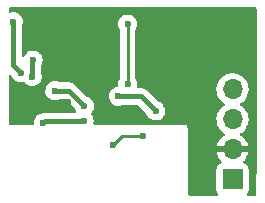
<source format=gbr>
%TF.GenerationSoftware,KiCad,Pcbnew,6.0.11-2627ca5db0~126~ubuntu22.04.1*%
%TF.CreationDate,2024-01-13T13:46:45+01:00*%
%TF.ProjectId,I2C_Module_SHT45_BME280_small_FUEL4EP,4932435f-4d6f-4647-956c-655f53485434,V1.1*%
%TF.SameCoordinates,Original*%
%TF.FileFunction,Copper,L2,Bot*%
%TF.FilePolarity,Positive*%
%FSLAX46Y46*%
G04 Gerber Fmt 4.6, Leading zero omitted, Abs format (unit mm)*
G04 Created by KiCad (PCBNEW 6.0.11-2627ca5db0~126~ubuntu22.04.1) date 2024-01-13 13:46:45*
%MOMM*%
%LPD*%
G01*
G04 APERTURE LIST*
%TA.AperFunction,ComponentPad*%
%ADD10O,1.700000X1.700000*%
%TD*%
%TA.AperFunction,ComponentPad*%
%ADD11R,1.700000X1.700000*%
%TD*%
%TA.AperFunction,ViaPad*%
%ADD12C,0.600000*%
%TD*%
%TA.AperFunction,Conductor*%
%ADD13C,0.400000*%
%TD*%
%TA.AperFunction,Conductor*%
%ADD14C,0.250000*%
%TD*%
G04 APERTURE END LIST*
D10*
%TO.P,J1,4,Pin_4*%
%TO.N,/SDA*%
X19460000Y9525000D03*
%TO.P,J1,3,Pin_3*%
%TO.N,/SCL*%
X19460000Y6985000D03*
%TO.P,J1,2,Pin_2*%
%TO.N,GND*%
X19460000Y4445000D03*
D11*
%TO.P,J1,1,Pin_1*%
%TO.N,VCC*%
X19460000Y1905000D03*
%TD*%
D12*
%TO.N,VCC*%
X9794735Y8935823D03*
X1524000Y10922000D03*
X889000Y15240000D03*
X3445000Y6675000D03*
X12942500Y7696884D03*
X6888742Y6831258D03*
%TO.N,GND*%
X861500Y6885500D03*
X8878500Y7282551D03*
X3772178Y11675500D03*
X17700000Y6260000D03*
X5539014Y8491742D03*
X1905000Y13081000D03*
X15930000Y8030000D03*
X14320000Y8900000D03*
X2220000Y9000000D03*
%TO.N,/SCL*%
X9300000Y4826000D03*
X11920000Y5600000D03*
%TO.N,/SDA*%
X10570000Y9950000D03*
X10570000Y15050000D03*
%TO.N,VDDA*%
X2505000Y10597577D03*
X2574500Y12000000D03*
X4420000Y9400000D03*
X6915802Y8104198D03*
%TD*%
D13*
%TO.N,VCC*%
X9794735Y8935823D02*
X11703561Y8935823D01*
X3601258Y6831258D02*
X3445000Y6675000D01*
X11703561Y8935823D02*
X12942500Y7696884D01*
X1524000Y10922000D02*
X889000Y11557000D01*
X889000Y11557000D02*
X889000Y15240000D01*
X6888742Y6831258D02*
X3601258Y6831258D01*
D14*
%TO.N,/SCL*%
X9300000Y4826000D02*
X10074000Y5600000D01*
X10074000Y5600000D02*
X11920000Y5600000D01*
%TO.N,/SDA*%
X10570000Y15050000D02*
X10570000Y9950000D01*
D13*
%TO.N,VDDA*%
X2520000Y11945500D02*
X2574500Y12000000D01*
X5620000Y9400000D02*
X6915802Y8104198D01*
X2520000Y10619423D02*
X2520000Y10612577D01*
X2520000Y10619423D02*
X2501577Y10601000D01*
X2520000Y10612577D02*
X2505000Y10597577D01*
X4420000Y9400000D02*
X5620000Y9400000D01*
X2520000Y10619423D02*
X2520000Y11945500D01*
%TD*%
%TA.AperFunction,Conductor*%
%TO.N,GND*%
G36*
X21433621Y16471498D02*
G01*
X21480114Y16417842D01*
X21491500Y16365500D01*
X21491500Y4029474D01*
X21491496Y4028490D01*
X21464981Y634500D01*
X21464973Y633516D01*
X21444440Y565553D01*
X21390422Y519481D01*
X21338977Y508500D01*
X20787822Y508500D01*
X20719701Y528502D01*
X20673208Y582158D01*
X20663104Y652432D01*
X20686996Y710065D01*
X20755229Y801108D01*
X20755230Y801110D01*
X20760615Y808295D01*
X20811745Y944684D01*
X20818500Y1006866D01*
X20818500Y2803134D01*
X20811745Y2865316D01*
X20760615Y3001705D01*
X20673261Y3118261D01*
X20556705Y3205615D01*
X20437687Y3250233D01*
X20380923Y3292875D01*
X20356223Y3359436D01*
X20371430Y3428785D01*
X20392977Y3457465D01*
X20494052Y3558188D01*
X20500730Y3566035D01*
X20625003Y3738980D01*
X20630313Y3747817D01*
X20724670Y3938733D01*
X20728469Y3948328D01*
X20790377Y4152090D01*
X20792555Y4162163D01*
X20793986Y4173038D01*
X20791775Y4187222D01*
X20778617Y4191000D01*
X18143225Y4191000D01*
X18129694Y4187027D01*
X18128257Y4177034D01*
X18158565Y4042554D01*
X18161645Y4032725D01*
X18241770Y3835397D01*
X18246413Y3826206D01*
X18357694Y3644612D01*
X18363777Y3636301D01*
X18503213Y3475333D01*
X18510577Y3468121D01*
X18515522Y3464015D01*
X18555156Y3405111D01*
X18556653Y3334130D01*
X18519537Y3273608D01*
X18479264Y3249090D01*
X18371705Y3208768D01*
X18371704Y3208767D01*
X18363295Y3205615D01*
X18246739Y3118261D01*
X18159385Y3001705D01*
X18108255Y2865316D01*
X18101500Y2803134D01*
X18101500Y1006866D01*
X18108255Y944684D01*
X18159385Y808295D01*
X18164770Y801110D01*
X18164771Y801108D01*
X18233004Y710065D01*
X18257852Y643558D01*
X18242799Y574176D01*
X18192625Y523946D01*
X18132178Y508500D01*
X15854500Y508500D01*
X15786379Y528502D01*
X15739886Y582158D01*
X15728500Y634500D01*
X15728500Y5991377D01*
X15728502Y5992147D01*
X15728714Y6026833D01*
X15728976Y6069721D01*
X15720850Y6098153D01*
X15717272Y6114915D01*
X15714352Y6135302D01*
X15713080Y6144187D01*
X15702451Y6167564D01*
X15696004Y6185087D01*
X15695738Y6186018D01*
X15688949Y6209771D01*
X15683458Y6218474D01*
X15673170Y6234780D01*
X15665030Y6249865D01*
X15652792Y6276782D01*
X15646930Y6283585D01*
X15642095Y6291146D01*
X15644882Y6292928D01*
X15622233Y6342894D01*
X15621000Y6360475D01*
X15621000Y6477000D01*
X15428724Y6477000D01*
X15387334Y6486233D01*
X15386909Y6484842D01*
X15378324Y6487467D01*
X15370200Y6491281D01*
X15361333Y6492662D01*
X15361332Y6492662D01*
X15350478Y6494352D01*
X15340983Y6495830D01*
X15324268Y6499613D01*
X15304534Y6505515D01*
X15304528Y6505516D01*
X15295934Y6508086D01*
X15286963Y6508141D01*
X15286962Y6508141D01*
X15276903Y6508202D01*
X15261494Y6508296D01*
X15260711Y6508329D01*
X15259614Y6508500D01*
X15228623Y6508500D01*
X15227853Y6508502D01*
X15154215Y6508952D01*
X15154214Y6508952D01*
X15150279Y6508976D01*
X15148935Y6508592D01*
X15147590Y6508500D01*
X13228623Y6508500D01*
X13227853Y6508502D01*
X13227037Y6508507D01*
X13150279Y6508976D01*
X13127918Y6502585D01*
X13121847Y6500850D01*
X13105085Y6497272D01*
X13075813Y6493080D01*
X13067644Y6489366D01*
X13067641Y6489365D01*
X13065299Y6488300D01*
X13060280Y6487212D01*
X13059023Y6486845D01*
X13058997Y6486934D01*
X13013147Y6477000D01*
X8128724Y6477000D01*
X8087334Y6486233D01*
X8086909Y6484842D01*
X8078324Y6487467D01*
X8070200Y6491281D01*
X8061333Y6492662D01*
X8061332Y6492662D01*
X8050478Y6494352D01*
X8040983Y6495830D01*
X8024268Y6499613D01*
X8004534Y6505515D01*
X8004528Y6505516D01*
X7995934Y6508086D01*
X7986963Y6508141D01*
X7986962Y6508141D01*
X7976903Y6508202D01*
X7961494Y6508296D01*
X7960711Y6508329D01*
X7959614Y6508500D01*
X7928623Y6508500D01*
X7927853Y6508502D01*
X7854215Y6508952D01*
X7854214Y6508952D01*
X7850279Y6508976D01*
X7848935Y6508592D01*
X7847590Y6508500D01*
X7804820Y6508500D01*
X7736699Y6528502D01*
X7690206Y6582158D01*
X7680046Y6652036D01*
X7701490Y6804618D01*
X7701490Y6804623D01*
X7702041Y6808541D01*
X7702358Y6831258D01*
X7682139Y7011513D01*
X7675653Y7030139D01*
X7624806Y7176152D01*
X7624804Y7176155D01*
X7622487Y7182810D01*
X7615397Y7194157D01*
X7530101Y7330660D01*
X7526368Y7336634D01*
X7498372Y7364826D01*
X7464565Y7427256D01*
X7469877Y7498054D01*
X7500886Y7544856D01*
X7539068Y7581216D01*
X7639445Y7732296D01*
X7694466Y7877139D01*
X7701357Y7895278D01*
X7701358Y7895280D01*
X7703857Y7901860D01*
X7718263Y8004365D01*
X7728550Y8077559D01*
X7728550Y8077562D01*
X7729101Y8081481D01*
X7729418Y8104198D01*
X7709199Y8284453D01*
X7702022Y8305063D01*
X7651866Y8449092D01*
X7651864Y8449095D01*
X7649547Y8455750D01*
X7553428Y8609574D01*
X7521713Y8641511D01*
X7430580Y8733283D01*
X7430576Y8733286D01*
X7425617Y8738280D01*
X7380893Y8766663D01*
X7366340Y8775898D01*
X7272468Y8835471D01*
X7165710Y8873486D01*
X7118880Y8903090D01*
X7074787Y8947183D01*
X8981198Y8947183D01*
X8998898Y8766663D01*
X9056153Y8594550D01*
X9059800Y8588528D01*
X9059801Y8588526D01*
X9144245Y8449092D01*
X9150115Y8439399D01*
X9155004Y8434336D01*
X9155005Y8434335D01*
X9176890Y8411673D01*
X9276117Y8308921D01*
X9427894Y8209601D01*
X9434498Y8207145D01*
X9434500Y8207144D01*
X9591293Y8148833D01*
X9591295Y8148833D01*
X9597903Y8146375D01*
X9680245Y8135388D01*
X9770715Y8123316D01*
X9770719Y8123316D01*
X9777696Y8122385D01*
X9784707Y8123023D01*
X9784711Y8123023D01*
X9927194Y8135991D01*
X9958335Y8138825D01*
X9965037Y8141003D01*
X9965039Y8141003D01*
X10124144Y8192699D01*
X10124147Y8192700D01*
X10130843Y8194876D01*
X10155462Y8209552D01*
X10219980Y8227323D01*
X11357900Y8227323D01*
X11426021Y8207321D01*
X11446996Y8190418D01*
X11798824Y7838589D01*
X12144034Y7493379D01*
X12174496Y7444056D01*
X12203918Y7355611D01*
X12207565Y7349589D01*
X12207566Y7349587D01*
X12290493Y7212658D01*
X12297880Y7200460D01*
X12302769Y7195397D01*
X12302770Y7195396D01*
X12317857Y7179773D01*
X12423882Y7069982D01*
X12575659Y6970662D01*
X12582263Y6968206D01*
X12582265Y6968205D01*
X12739058Y6909894D01*
X12739060Y6909894D01*
X12745668Y6907436D01*
X12829495Y6896251D01*
X12918480Y6884377D01*
X12918484Y6884377D01*
X12925461Y6883446D01*
X12932472Y6884084D01*
X12932476Y6884084D01*
X13074959Y6897052D01*
X13106100Y6899886D01*
X13112802Y6902064D01*
X13112804Y6902064D01*
X13271909Y6953760D01*
X13271912Y6953761D01*
X13278608Y6955937D01*
X13383231Y7018305D01*
X18097251Y7018305D01*
X18097548Y7013152D01*
X18097548Y7013149D01*
X18107809Y6835196D01*
X18110110Y6795285D01*
X18111247Y6790239D01*
X18111248Y6790233D01*
X18131119Y6702061D01*
X18159222Y6577361D01*
X18243266Y6370384D01*
X18284359Y6303326D01*
X18356816Y6185087D01*
X18359987Y6179912D01*
X18506250Y6011062D01*
X18678126Y5868368D01*
X18751955Y5825226D01*
X18800679Y5773588D01*
X18813750Y5703805D01*
X18787019Y5638033D01*
X18746562Y5604673D01*
X18738457Y5600454D01*
X18729738Y5594964D01*
X18559433Y5467095D01*
X18551726Y5460252D01*
X18404590Y5306283D01*
X18398104Y5298273D01*
X18278098Y5122351D01*
X18273000Y5113377D01*
X18183338Y4920217D01*
X18179775Y4910530D01*
X18124389Y4710817D01*
X18125912Y4702393D01*
X18138292Y4699000D01*
X20778344Y4699000D01*
X20791875Y4702973D01*
X20793180Y4712053D01*
X20751214Y4879125D01*
X20747894Y4888876D01*
X20662972Y5084186D01*
X20658105Y5093261D01*
X20542426Y5272074D01*
X20536136Y5280243D01*
X20392806Y5437760D01*
X20385273Y5444785D01*
X20218139Y5576778D01*
X20209556Y5582480D01*
X20172602Y5602880D01*
X20122631Y5653313D01*
X20107859Y5722755D01*
X20132975Y5789161D01*
X20160327Y5815768D01*
X20224528Y5861562D01*
X20339860Y5943827D01*
X20344829Y5948778D01*
X20494435Y6097863D01*
X20498096Y6101511D01*
X20505990Y6112496D01*
X20625435Y6278723D01*
X20628453Y6282923D01*
X20641000Y6308309D01*
X20725136Y6478547D01*
X20725137Y6478549D01*
X20727430Y6483189D01*
X20759900Y6590060D01*
X20790865Y6691977D01*
X20790865Y6691979D01*
X20792370Y6696931D01*
X20821529Y6918410D01*
X20823156Y6985000D01*
X20804852Y7207639D01*
X20750431Y7424298D01*
X20661354Y7629160D01*
X20621906Y7690138D01*
X20542822Y7812383D01*
X20542820Y7812386D01*
X20540014Y7816723D01*
X20389670Y7981949D01*
X20385619Y7985148D01*
X20385615Y7985152D01*
X20218414Y8117200D01*
X20218410Y8117202D01*
X20214359Y8120402D01*
X20173053Y8143204D01*
X20123084Y8193636D01*
X20108312Y8263079D01*
X20133428Y8329484D01*
X20160780Y8356091D01*
X20204603Y8387350D01*
X20339860Y8483827D01*
X20498096Y8641511D01*
X20557594Y8724311D01*
X20625435Y8818723D01*
X20628453Y8822923D01*
X20693323Y8954177D01*
X20725136Y9018547D01*
X20725137Y9018549D01*
X20727430Y9023189D01*
X20788489Y9224156D01*
X20790865Y9231977D01*
X20790865Y9231979D01*
X20792370Y9236931D01*
X20821529Y9458410D01*
X20822664Y9504843D01*
X20823074Y9521635D01*
X20823074Y9521639D01*
X20823156Y9525000D01*
X20804852Y9747639D01*
X20750431Y9964298D01*
X20661354Y10169160D01*
X20579881Y10295098D01*
X20542822Y10352383D01*
X20542820Y10352386D01*
X20540014Y10356723D01*
X20389670Y10521949D01*
X20385619Y10525148D01*
X20385615Y10525152D01*
X20218414Y10657200D01*
X20218410Y10657202D01*
X20214359Y10660402D01*
X20018789Y10768362D01*
X20013920Y10770086D01*
X20013916Y10770088D01*
X19813087Y10841205D01*
X19813083Y10841206D01*
X19808212Y10842931D01*
X19803119Y10843838D01*
X19803116Y10843839D01*
X19593373Y10881200D01*
X19593367Y10881201D01*
X19588284Y10882106D01*
X19514452Y10883008D01*
X19370081Y10884772D01*
X19370079Y10884772D01*
X19364911Y10884835D01*
X19144091Y10851045D01*
X18931756Y10781643D01*
X18733607Y10678493D01*
X18729474Y10675390D01*
X18729471Y10675388D01*
X18559100Y10547470D01*
X18554965Y10544365D01*
X18551393Y10540627D01*
X18444160Y10428414D01*
X18400629Y10382862D01*
X18274743Y10198320D01*
X18239900Y10123256D01*
X18197425Y10031751D01*
X18180688Y9995695D01*
X18120989Y9780430D01*
X18097251Y9558305D01*
X18097548Y9553152D01*
X18097548Y9553149D01*
X18103493Y9450052D01*
X18110110Y9335285D01*
X18111247Y9330239D01*
X18111248Y9330233D01*
X18131119Y9242061D01*
X18159222Y9117361D01*
X18243266Y8910384D01*
X18359987Y8719912D01*
X18506250Y8551062D01*
X18678126Y8408368D01*
X18748595Y8367189D01*
X18751445Y8365524D01*
X18800169Y8313886D01*
X18813240Y8244103D01*
X18786509Y8178331D01*
X18746055Y8144973D01*
X18738429Y8141003D01*
X18733607Y8138493D01*
X18729474Y8135390D01*
X18729471Y8135388D01*
X18559100Y8007470D01*
X18554965Y8004365D01*
X18551393Y8000627D01*
X18455897Y7900696D01*
X18400629Y7842862D01*
X18397715Y7838590D01*
X18397714Y7838589D01*
X18346100Y7762925D01*
X18274743Y7658320D01*
X18245275Y7594837D01*
X18188204Y7471886D01*
X18180688Y7455695D01*
X18120989Y7240430D01*
X18097251Y7018305D01*
X13383231Y7018305D01*
X13434412Y7048815D01*
X13565766Y7173902D01*
X13666143Y7324982D01*
X13711375Y7444056D01*
X13728055Y7487964D01*
X13728056Y7487966D01*
X13730555Y7494546D01*
X13732930Y7511447D01*
X13755248Y7670245D01*
X13755248Y7670248D01*
X13755799Y7674167D01*
X13756116Y7696884D01*
X13735897Y7877139D01*
X13733580Y7883793D01*
X13678564Y8041778D01*
X13678562Y8041781D01*
X13676245Y8048436D01*
X13615629Y8145443D01*
X13583859Y8196286D01*
X13580126Y8202260D01*
X13569005Y8213459D01*
X13457278Y8325969D01*
X13457274Y8325972D01*
X13452315Y8330966D01*
X13299166Y8428157D01*
X13192408Y8466172D01*
X13145578Y8495776D01*
X12225011Y9416343D01*
X12219157Y9422608D01*
X12195216Y9450052D01*
X12181122Y9466208D01*
X12128841Y9502952D01*
X12123547Y9506884D01*
X12079254Y9541614D01*
X12073279Y9546299D01*
X12066363Y9549422D01*
X12064077Y9550806D01*
X12049396Y9559180D01*
X12047036Y9560445D01*
X12040822Y9564813D01*
X12033743Y9567573D01*
X12033741Y9567574D01*
X11981286Y9588025D01*
X11975217Y9590576D01*
X11916988Y9616868D01*
X11909521Y9618252D01*
X11906966Y9619053D01*
X11890713Y9623682D01*
X11888133Y9624345D01*
X11881052Y9627105D01*
X11873521Y9628096D01*
X11873519Y9628097D01*
X11843900Y9631996D01*
X11817700Y9635445D01*
X11811202Y9636475D01*
X11748375Y9648119D01*
X11740795Y9647682D01*
X11740794Y9647682D01*
X11686169Y9644532D01*
X11678915Y9644323D01*
X11488478Y9644323D01*
X11420357Y9664325D01*
X11373864Y9717981D01*
X11363704Y9787859D01*
X11365662Y9801787D01*
X11380632Y9908307D01*
X11382748Y9923361D01*
X11382748Y9923364D01*
X11383299Y9927283D01*
X11383616Y9950000D01*
X11363397Y10130255D01*
X11361080Y10136909D01*
X11306064Y10294894D01*
X11306062Y10294897D01*
X11303745Y10301552D01*
X11266884Y10360543D01*
X11222646Y10431339D01*
X11203500Y10498108D01*
X11203500Y14504380D01*
X11224552Y14574107D01*
X11289742Y14672227D01*
X11293643Y14678098D01*
X11358055Y14847662D01*
X11360927Y14868098D01*
X11382748Y15023361D01*
X11382748Y15023364D01*
X11383299Y15027283D01*
X11383616Y15050000D01*
X11363397Y15230255D01*
X11361080Y15236909D01*
X11306064Y15394894D01*
X11306062Y15394897D01*
X11303745Y15401552D01*
X11207626Y15555376D01*
X11193941Y15569157D01*
X11084778Y15679085D01*
X11084774Y15679088D01*
X11079815Y15684082D01*
X11068697Y15691138D01*
X10992644Y15739402D01*
X10926666Y15781273D01*
X10897463Y15791672D01*
X10762425Y15839757D01*
X10762420Y15839758D01*
X10755790Y15842119D01*
X10748802Y15842952D01*
X10748799Y15842953D01*
X10625698Y15857632D01*
X10575680Y15863596D01*
X10568677Y15862860D01*
X10568676Y15862860D01*
X10402288Y15845372D01*
X10402286Y15845371D01*
X10395288Y15844636D01*
X10223579Y15786182D01*
X10217575Y15782488D01*
X10075095Y15694834D01*
X10075092Y15694832D01*
X10069088Y15691138D01*
X10064053Y15686207D01*
X10064050Y15686205D01*
X9967394Y15591552D01*
X9939493Y15564229D01*
X9841235Y15411762D01*
X9838826Y15405142D01*
X9838824Y15405139D01*
X9781606Y15247934D01*
X9779197Y15241315D01*
X9756463Y15061360D01*
X9774163Y14880840D01*
X9831418Y14708727D01*
X9835065Y14702705D01*
X9835066Y14702703D01*
X9918276Y14565306D01*
X9936500Y14500035D01*
X9936500Y10496669D01*
X9916411Y10428414D01*
X9845054Y10317690D01*
X9845050Y10317681D01*
X9841235Y10311762D01*
X9838826Y10305142D01*
X9838825Y10305141D01*
X9790914Y10173508D01*
X9779197Y10141315D01*
X9756463Y9961360D01*
X9757979Y9945900D01*
X9765270Y9871535D01*
X9752010Y9801787D01*
X9703147Y9750281D01*
X9653044Y9733930D01*
X9627022Y9731195D01*
X9627019Y9731194D01*
X9620023Y9730459D01*
X9448314Y9672005D01*
X9403658Y9644532D01*
X9299830Y9580657D01*
X9299827Y9580655D01*
X9293823Y9576961D01*
X9288788Y9572030D01*
X9288785Y9572028D01*
X9169260Y9454980D01*
X9164228Y9450052D01*
X9065970Y9297585D01*
X9063561Y9290965D01*
X9063559Y9290962D01*
X9039244Y9224156D01*
X9003932Y9127138D01*
X8981198Y8947183D01*
X7074787Y8947183D01*
X6141450Y9880520D01*
X6135596Y9886785D01*
X6111655Y9914229D01*
X6097561Y9930385D01*
X6045280Y9967129D01*
X6039986Y9971061D01*
X5995693Y10005791D01*
X5989718Y10010476D01*
X5982802Y10013599D01*
X5980516Y10014983D01*
X5965835Y10023357D01*
X5963475Y10024622D01*
X5957261Y10028990D01*
X5950182Y10031750D01*
X5950180Y10031751D01*
X5897725Y10052202D01*
X5891656Y10054753D01*
X5833427Y10081045D01*
X5825960Y10082429D01*
X5823405Y10083230D01*
X5807152Y10087859D01*
X5804572Y10088522D01*
X5797491Y10091282D01*
X5789960Y10092273D01*
X5789958Y10092274D01*
X5756147Y10096725D01*
X5734139Y10099622D01*
X5727641Y10100652D01*
X5664814Y10112296D01*
X5657234Y10111859D01*
X5657233Y10111859D01*
X5602608Y10108709D01*
X5595354Y10108500D01*
X4849158Y10108500D01*
X4789624Y10125795D01*
X4788948Y10124410D01*
X4782609Y10127502D01*
X4776666Y10131273D01*
X4768095Y10134325D01*
X4612425Y10189757D01*
X4612420Y10189758D01*
X4605790Y10192119D01*
X4598802Y10192952D01*
X4598799Y10192953D01*
X4475698Y10207632D01*
X4425680Y10213596D01*
X4418677Y10212860D01*
X4418676Y10212860D01*
X4252288Y10195372D01*
X4252286Y10195371D01*
X4245288Y10194636D01*
X4073579Y10136182D01*
X4015828Y10100653D01*
X3925095Y10044834D01*
X3925092Y10044832D01*
X3919088Y10041138D01*
X3914053Y10036207D01*
X3914050Y10036205D01*
X3798818Y9923361D01*
X3789493Y9914229D01*
X3691235Y9761762D01*
X3688826Y9755142D01*
X3688824Y9755139D01*
X3637359Y9613741D01*
X3629197Y9591315D01*
X3606463Y9411360D01*
X3624163Y9230840D01*
X3681418Y9058727D01*
X3685065Y9052705D01*
X3685066Y9052703D01*
X3705752Y9018547D01*
X3775380Y8903576D01*
X3780269Y8898513D01*
X3780270Y8898512D01*
X3804438Y8873486D01*
X3901382Y8773098D01*
X4053159Y8673778D01*
X4059763Y8671322D01*
X4059765Y8671321D01*
X4216558Y8613010D01*
X4216560Y8613010D01*
X4223168Y8610552D01*
X4306995Y8599367D01*
X4395980Y8587493D01*
X4395984Y8587493D01*
X4402961Y8586562D01*
X4409972Y8587200D01*
X4409976Y8587200D01*
X4552459Y8600168D01*
X4583600Y8603002D01*
X4590302Y8605180D01*
X4590304Y8605180D01*
X4749409Y8656876D01*
X4749412Y8656877D01*
X4756108Y8659053D01*
X4780727Y8673729D01*
X4845245Y8691500D01*
X5274340Y8691500D01*
X5342461Y8671498D01*
X5363435Y8654595D01*
X6117334Y7900696D01*
X6147796Y7851374D01*
X6177220Y7762925D01*
X6196538Y7731027D01*
X6214716Y7662400D01*
X6192906Y7594837D01*
X6138030Y7549790D01*
X6088761Y7539758D01*
X3630170Y7539758D01*
X3621600Y7540050D01*
X3571482Y7543467D01*
X3571478Y7543467D01*
X3563906Y7543983D01*
X3556429Y7542678D01*
X3556428Y7542678D01*
X3529950Y7538057D01*
X3500955Y7532996D01*
X3494437Y7532035D01*
X3431016Y7524360D01*
X3423915Y7521677D01*
X3421306Y7521036D01*
X3404996Y7516573D01*
X3402460Y7515808D01*
X3394974Y7514501D01*
X3346858Y7493379D01*
X3336463Y7488816D01*
X3330373Y7486330D01*
X3307522Y7477696D01*
X3284119Y7472143D01*
X3284175Y7471886D01*
X3277288Y7470372D01*
X3270288Y7469636D01*
X3263624Y7467367D01*
X3263622Y7467367D01*
X3145796Y7427256D01*
X3098579Y7411182D01*
X3092575Y7407488D01*
X2950095Y7319834D01*
X2950092Y7319832D01*
X2944088Y7316138D01*
X2939053Y7311207D01*
X2939050Y7311205D01*
X2819525Y7194157D01*
X2814493Y7189229D01*
X2716235Y7036762D01*
X2713826Y7030142D01*
X2713824Y7030139D01*
X2666416Y6899886D01*
X2654197Y6866315D01*
X2631463Y6686360D01*
X2637095Y6628920D01*
X2638431Y6615295D01*
X2625171Y6545548D01*
X2576309Y6494041D01*
X2513032Y6477000D01*
X634500Y6477000D01*
X566379Y6497002D01*
X519886Y6550658D01*
X508500Y6603000D01*
X508500Y10631340D01*
X528502Y10699461D01*
X582158Y10745954D01*
X652432Y10756058D01*
X717012Y10726564D01*
X723595Y10720435D01*
X725532Y10718498D01*
X755994Y10669176D01*
X785418Y10580727D01*
X789065Y10574705D01*
X789066Y10574703D01*
X861333Y10455376D01*
X879380Y10425576D01*
X884269Y10420513D01*
X884270Y10420512D01*
X917020Y10386599D01*
X1005382Y10295098D01*
X1011278Y10291240D01*
X1131205Y10212762D01*
X1157159Y10195778D01*
X1163763Y10193322D01*
X1163765Y10193321D01*
X1320558Y10135010D01*
X1320560Y10135010D01*
X1327168Y10132552D01*
X1396837Y10123256D01*
X1499980Y10109493D01*
X1499984Y10109493D01*
X1506961Y10108562D01*
X1513972Y10109200D01*
X1513976Y10109200D01*
X1668415Y10123256D01*
X1687600Y10125002D01*
X1727370Y10137924D01*
X1798336Y10139952D01*
X1859058Y10103336D01*
X1860380Y10101153D01*
X1864655Y10096726D01*
X1864656Y10096725D01*
X1877688Y10083230D01*
X1986382Y9970675D01*
X2138159Y9871355D01*
X2144763Y9868899D01*
X2144765Y9868898D01*
X2301558Y9810587D01*
X2301560Y9810587D01*
X2308168Y9808129D01*
X2391995Y9796944D01*
X2480980Y9785070D01*
X2480984Y9785070D01*
X2487961Y9784139D01*
X2494972Y9784777D01*
X2494976Y9784777D01*
X2637459Y9797745D01*
X2668600Y9800579D01*
X2675302Y9802757D01*
X2675304Y9802757D01*
X2834409Y9854453D01*
X2834412Y9854454D01*
X2841108Y9856630D01*
X2996912Y9949508D01*
X3128266Y10074595D01*
X3228643Y10225675D01*
X3286730Y10378589D01*
X3290555Y10388657D01*
X3290556Y10388659D01*
X3293055Y10395239D01*
X3297319Y10425576D01*
X3317748Y10570938D01*
X3317748Y10570941D01*
X3318299Y10574860D01*
X3318616Y10597577D01*
X3298397Y10777832D01*
X3272629Y10851827D01*
X3241064Y10942471D01*
X3241062Y10942474D01*
X3238745Y10949129D01*
X3239397Y10949356D01*
X3228500Y10997320D01*
X3228500Y11485236D01*
X3249551Y11554962D01*
X3298143Y11628098D01*
X3362555Y11797662D01*
X3387799Y11977283D01*
X3388116Y12000000D01*
X3367897Y12180255D01*
X3365580Y12186909D01*
X3310564Y12344894D01*
X3310562Y12344897D01*
X3308245Y12351552D01*
X3212126Y12505376D01*
X3198441Y12519157D01*
X3089278Y12629085D01*
X3089274Y12629088D01*
X3084315Y12634082D01*
X3073197Y12641138D01*
X3025038Y12671700D01*
X2931166Y12731273D01*
X2901963Y12741672D01*
X2766925Y12789757D01*
X2766920Y12789758D01*
X2760290Y12792119D01*
X2753302Y12792952D01*
X2753299Y12792953D01*
X2630198Y12807632D01*
X2580180Y12813596D01*
X2573177Y12812860D01*
X2573176Y12812860D01*
X2406788Y12795372D01*
X2406786Y12795371D01*
X2399788Y12794636D01*
X2228079Y12736182D01*
X2222075Y12732488D01*
X2079595Y12644834D01*
X2079592Y12644832D01*
X2073588Y12641138D01*
X2068553Y12636207D01*
X2068550Y12636205D01*
X1949025Y12519157D01*
X1943993Y12514229D01*
X1845735Y12361762D01*
X1843324Y12355138D01*
X1843323Y12355136D01*
X1841901Y12351229D01*
X1840312Y12349071D01*
X1840193Y12348831D01*
X1840151Y12348852D01*
X1799807Y12294057D01*
X1733486Y12268719D01*
X1663994Y12283260D01*
X1613395Y12333062D01*
X1597500Y12394323D01*
X1597500Y14809868D01*
X1610983Y14865600D01*
X1612643Y14868098D01*
X1617484Y14880840D01*
X1674555Y15031080D01*
X1674556Y15031082D01*
X1677055Y15037662D01*
X1678789Y15050000D01*
X1701748Y15213361D01*
X1701748Y15213364D01*
X1702299Y15217283D01*
X1702616Y15240000D01*
X1682397Y15420255D01*
X1680080Y15426909D01*
X1625064Y15584894D01*
X1625062Y15584897D01*
X1622745Y15591552D01*
X1526626Y15745376D01*
X1521664Y15750373D01*
X1403778Y15869085D01*
X1403774Y15869088D01*
X1398815Y15874082D01*
X1245666Y15971273D01*
X1216463Y15981672D01*
X1081425Y16029757D01*
X1081420Y16029758D01*
X1074790Y16032119D01*
X1067802Y16032952D01*
X1067799Y16032953D01*
X944698Y16047632D01*
X894680Y16053596D01*
X887677Y16052860D01*
X887676Y16052860D01*
X721288Y16035372D01*
X721286Y16035371D01*
X714288Y16034636D01*
X675104Y16021297D01*
X604173Y16018279D01*
X542869Y16054089D01*
X510658Y16117358D01*
X508500Y16140575D01*
X508500Y16365500D01*
X528502Y16433621D01*
X582158Y16480114D01*
X634500Y16491500D01*
X21365500Y16491500D01*
X21433621Y16471498D01*
G37*
%TD.AperFunction*%
%TD*%
M02*

</source>
